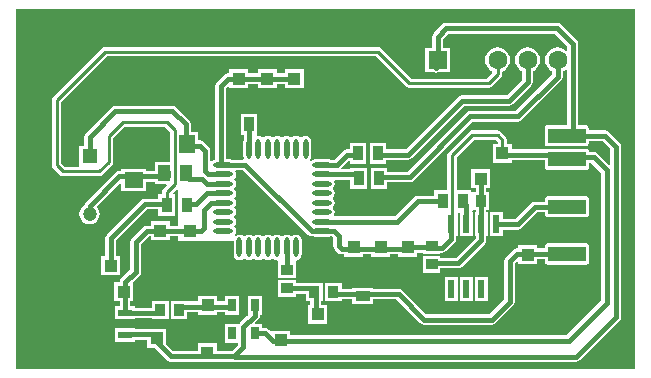
<source format=gtl>
G04 Layer_Physical_Order=1*
G04 Layer_Color=255*
%FSLAX43Y43*%
%MOMM*%
G71*
G01*
G75*
%ADD10R,1.100X1.100*%
%ADD11R,0.850X1.300*%
%ADD12R,1.300X0.850*%
%ADD13R,1.050X1.400*%
%ADD14R,0.900X1.000*%
%ADD15R,1.550X1.350*%
%ADD16R,1.350X1.550*%
%ADD17R,1.100X1.100*%
%ADD18R,0.600X1.520*%
%ADD19O,1.650X0.450*%
%ADD20O,0.450X1.650*%
%ADD21R,1.250X0.600*%
%ADD22R,0.650X1.100*%
%ADD23R,1.000X0.900*%
%ADD24R,1.000X1.000*%
%ADD25C,0.381*%
%ADD26C,0.254*%
%ADD27R,3.200X1.300*%
%ADD28C,1.600*%
%ADD29R,1.600X1.600*%
%ADD30C,1.200*%
%ADD31R,1.200X1.200*%
G36*
X52741Y259D02*
X259D01*
Y30741D01*
X52741D01*
Y259D01*
D02*
G37*
%LPC*%
G36*
X37689Y8053D02*
X36581D01*
Y6025D01*
X37689D01*
Y8053D01*
D02*
G37*
G36*
X38959D02*
X37851D01*
Y6025D01*
X38959D01*
Y8053D01*
D02*
G37*
G36*
X24020Y7778D02*
X22512D01*
Y6370D01*
X24020D01*
Y6621D01*
X24861D01*
Y6028D01*
X25226D01*
Y5681D01*
X25042D01*
Y4073D01*
X26650D01*
Y5681D01*
X26133D01*
Y6028D01*
X26269D01*
Y7536D01*
X24861D01*
Y7527D01*
X24020D01*
Y7778D01*
D02*
G37*
G36*
X19187Y6474D02*
X18029D01*
Y5990D01*
X17339D01*
Y6457D01*
X15731D01*
Y5990D01*
X14287D01*
X14287Y5990D01*
X14267Y5986D01*
X13406D01*
Y4478D01*
X14814D01*
Y5084D01*
X15731D01*
Y4849D01*
X17339D01*
Y5084D01*
X18029D01*
Y4866D01*
X19187D01*
Y6474D01*
D02*
G37*
G36*
X43612Y27479D02*
X43337Y27443D01*
X43080Y27337D01*
X42860Y27168D01*
X42691Y26948D01*
X42585Y26691D01*
X42549Y26416D01*
X42585Y26141D01*
X42691Y25884D01*
X42860Y25664D01*
X43080Y25495D01*
X43159Y25463D01*
Y24750D01*
X41849Y23440D01*
X38049D01*
X37876Y23406D01*
X37729Y23307D01*
X37729Y23307D01*
X33289Y18868D01*
X31628D01*
Y19421D01*
X30270D01*
Y17613D01*
X31628D01*
Y17962D01*
X33477D01*
X33651Y17996D01*
X33798Y18095D01*
X38237Y22534D01*
X42037D01*
X42210Y22568D01*
X42357Y22667D01*
X43932Y24241D01*
X43932Y24241D01*
X44031Y24388D01*
X44065Y24562D01*
Y25463D01*
X44143Y25495D01*
X44364Y25664D01*
X44532Y25884D01*
X44639Y26141D01*
X44675Y26416D01*
X44639Y26691D01*
X44532Y26948D01*
X44364Y27168D01*
X44143Y27337D01*
X43887Y27443D01*
X43612Y27479D01*
D02*
G37*
G36*
X36728Y29562D02*
X36555Y29527D01*
X36408Y29429D01*
X35671Y28692D01*
X35573Y28545D01*
X35539Y28372D01*
Y27470D01*
X34938D01*
Y25362D01*
X35687D01*
X35859Y25328D01*
X36031Y25362D01*
X37046D01*
Y27470D01*
X36445D01*
Y28184D01*
X36916Y28655D01*
X45939D01*
X46994Y27600D01*
Y27246D01*
X46867Y27196D01*
X46683Y27337D01*
X46427Y27443D01*
X46152Y27479D01*
X45877Y27443D01*
X45620Y27337D01*
X45400Y27168D01*
X45231Y26948D01*
X45125Y26691D01*
X45089Y26416D01*
X45125Y26141D01*
X45231Y25884D01*
X45400Y25664D01*
X45620Y25495D01*
X45699Y25463D01*
Y25207D01*
X42586Y22094D01*
X38760D01*
X38587Y22060D01*
X38440Y21961D01*
X38440Y21961D01*
X33442Y16963D01*
X31679D01*
Y17312D01*
X30321D01*
Y15504D01*
X31679D01*
Y16057D01*
X33630D01*
X33803Y16091D01*
X33950Y16190D01*
X38948Y21188D01*
X42774D01*
X42947Y21222D01*
X43094Y21320D01*
X46472Y24699D01*
X46571Y24846D01*
X46605Y25019D01*
Y25463D01*
X46683Y25495D01*
X46867Y25636D01*
X46994Y25586D01*
Y20923D01*
X45314D01*
X45214Y20903D01*
X45130Y20847D01*
X45074Y20763D01*
X45055Y20664D01*
Y19364D01*
X45074Y19265D01*
X45130Y19181D01*
X45214Y19125D01*
X45314Y19105D01*
X48514D01*
X48613Y19125D01*
X48697Y19181D01*
X48753Y19265D01*
X48773Y19364D01*
Y19551D01*
X49963D01*
X50626Y18888D01*
Y17567D01*
X50509Y17518D01*
X49520Y18507D01*
X49373Y18605D01*
X49200Y18640D01*
X48798D01*
Y18664D01*
X48778Y18763D01*
X48722Y18847D01*
X48638Y18903D01*
X48539Y18923D01*
X45339D01*
X45240Y18903D01*
X45187Y18868D01*
X42268D01*
Y19346D01*
X41852D01*
Y19674D01*
X41823Y19823D01*
X41738Y19949D01*
X41346Y20341D01*
X41220Y20425D01*
X41072Y20454D01*
X38913D01*
X38764Y20425D01*
X38638Y20341D01*
X36943Y18646D01*
X36859Y18520D01*
X36829Y18371D01*
Y15382D01*
X35733D01*
Y14931D01*
X34341D01*
X34341Y14931D01*
X34167Y14897D01*
X34020Y14798D01*
X32407Y13185D01*
X27294D01*
X27226Y13312D01*
X27248Y13345D01*
X27285Y13532D01*
X27248Y13719D01*
X27162Y13847D01*
X27150Y13932D01*
X27162Y14017D01*
X27248Y14145D01*
X27285Y14332D01*
X27248Y14519D01*
X27162Y14647D01*
X27150Y14732D01*
X27162Y14817D01*
X27248Y14945D01*
X27285Y15132D01*
X27248Y15319D01*
X27142Y15477D01*
Y15587D01*
X27248Y15745D01*
X27285Y15932D01*
X27248Y16119D01*
X27226Y16152D01*
X27294Y16279D01*
X28621D01*
Y15504D01*
X29979D01*
Y17312D01*
X28621D01*
Y17185D01*
X27912D01*
X27859Y17312D01*
X28443Y17896D01*
X28570Y17843D01*
Y17613D01*
X29928D01*
Y19421D01*
X28570D01*
Y18868D01*
X28321D01*
X28148Y18834D01*
X28001Y18735D01*
X28001Y18735D01*
X27250Y17985D01*
X26974D01*
X26797Y18020D01*
X25597D01*
X25410Y17983D01*
X25273Y17892D01*
X25182Y17983D01*
X25221Y18043D01*
X25273Y18120D01*
X25310Y18307D01*
Y19507D01*
X25273Y19694D01*
X25167Y19852D01*
X25009Y19958D01*
X24822Y19995D01*
X24635Y19958D01*
X24506Y19872D01*
X24422Y19860D01*
X24337Y19872D01*
X24209Y19958D01*
X24022Y19995D01*
X23835Y19958D01*
X23706Y19872D01*
X23622Y19860D01*
X23537Y19872D01*
X23409Y19958D01*
X23222Y19995D01*
X23035Y19958D01*
X22906Y19872D01*
X22822Y19860D01*
X22737Y19872D01*
X22609Y19958D01*
X22422Y19995D01*
X22235Y19958D01*
X22106Y19872D01*
X22022Y19860D01*
X21937Y19872D01*
X21809Y19958D01*
X21622Y19995D01*
X21435Y19958D01*
X21306Y19872D01*
X21222Y19860D01*
X21137Y19872D01*
X21009Y19958D01*
X20822Y19995D01*
X20767Y19985D01*
X20682Y20097D01*
Y21884D01*
X19324D01*
Y20076D01*
X19569D01*
Y19684D01*
X19533Y19507D01*
Y18307D01*
X19571Y18120D01*
X19586Y18097D01*
X19526Y17985D01*
X18624D01*
X18447Y18020D01*
X18081D01*
Y24018D01*
X18256Y24193D01*
X18373Y24145D01*
Y24023D01*
X19981D01*
Y24388D01*
X20786D01*
Y24023D01*
X22394D01*
Y24388D01*
X23072D01*
Y24023D01*
X24680D01*
Y25631D01*
X23072D01*
Y25294D01*
X22394D01*
Y25631D01*
X20786D01*
Y25294D01*
X19981D01*
Y25631D01*
X18373D01*
Y25294D01*
X18263D01*
X18089Y25260D01*
X17942Y25162D01*
X17942Y25162D01*
X17307Y24527D01*
X17209Y24380D01*
X17174Y24206D01*
Y18006D01*
X17060Y17983D01*
X16901Y17877D01*
X16887Y17856D01*
X16760Y17894D01*
Y18745D01*
X16726Y18919D01*
X16627Y19066D01*
X16221Y19472D01*
X16074Y19570D01*
X15900Y19605D01*
X15721D01*
Y20358D01*
X15109D01*
Y20980D01*
X15109Y20980D01*
X15075Y21154D01*
X14976Y21301D01*
X13859Y22418D01*
X13712Y22517D01*
X13538Y22551D01*
X8712D01*
X8712Y22551D01*
X8539Y22517D01*
X8392Y22418D01*
X8392Y22418D01*
X6207Y20234D01*
X6109Y20087D01*
X6075Y19914D01*
Y19142D01*
X5674D01*
Y17434D01*
X5569Y17381D01*
X4454D01*
X4122Y17712D01*
Y22851D01*
X8010Y26739D01*
X30751D01*
X33304Y24186D01*
X33430Y24101D01*
X33579Y24072D01*
X40335D01*
X40484Y24101D01*
X40610Y24186D01*
X41346Y24922D01*
X41431Y25048D01*
X41460Y25197D01*
Y25436D01*
X41603Y25495D01*
X41824Y25664D01*
X41992Y25884D01*
X42099Y26141D01*
X42135Y26416D01*
X42099Y26691D01*
X41992Y26948D01*
X41824Y27168D01*
X41603Y27337D01*
X41347Y27443D01*
X41072Y27479D01*
X40797Y27443D01*
X40540Y27337D01*
X40320Y27168D01*
X40151Y26948D01*
X40045Y26691D01*
X40009Y26416D01*
X40045Y26141D01*
X40151Y25884D01*
X40320Y25664D01*
X40540Y25495D01*
X40625Y25460D01*
X40644Y25319D01*
X40174Y24849D01*
X33740D01*
X31186Y27402D01*
X31060Y27486D01*
X30912Y27516D01*
X7849D01*
X7700Y27486D01*
X7574Y27402D01*
X3459Y23287D01*
X3375Y23161D01*
X3345Y23012D01*
Y17551D01*
X3375Y17403D01*
X3459Y17277D01*
X4018Y16718D01*
X4144Y16634D01*
X4293Y16604D01*
X7341D01*
X7489Y16634D01*
X7615Y16718D01*
X8428Y17531D01*
X8512Y17657D01*
X8542Y17805D01*
Y19829D01*
X9483Y20770D01*
X12895D01*
X13348Y20317D01*
Y18397D01*
X13355Y18358D01*
Y17820D01*
X12053D01*
Y17024D01*
X11291D01*
Y17201D01*
X9233D01*
Y17024D01*
X9027D01*
X9027Y17024D01*
X8854Y16990D01*
X8707Y16891D01*
X8707Y16891D01*
X6207Y14392D01*
X6109Y14245D01*
X6085Y14125D01*
X5919Y13997D01*
X5782Y13819D01*
X5696Y13611D01*
X5666Y13388D01*
X5696Y13165D01*
X5782Y12957D01*
X5919Y12779D01*
X6097Y12642D01*
X6305Y12556D01*
X6528Y12527D01*
X6751Y12556D01*
X6958Y12642D01*
X7137Y12779D01*
X7274Y12957D01*
X7360Y13165D01*
X7389Y13388D01*
X7360Y13611D01*
X7274Y13819D01*
X7137Y13997D01*
X7134Y14037D01*
X9106Y16008D01*
X9233Y15956D01*
Y15343D01*
X11291D01*
Y16118D01*
X12053D01*
Y15912D01*
X13037D01*
X13086Y15794D01*
X12769Y15477D01*
X12685Y15351D01*
X12655Y15203D01*
Y15052D01*
X12365D01*
Y14677D01*
X11227D01*
X11227Y14677D01*
X11053Y14643D01*
X10906Y14544D01*
X10906Y14544D01*
X7996Y11634D01*
X7898Y11487D01*
X7864Y11314D01*
Y9821D01*
X7513D01*
Y8213D01*
X9121D01*
Y9821D01*
X8770D01*
Y11126D01*
X11415Y13771D01*
X12365D01*
Y13244D01*
X13723D01*
Y15052D01*
X13608D01*
X13559Y15169D01*
X13919Y15529D01*
X14046Y15476D01*
X14046Y12402D01*
X13301D01*
Y12753D01*
X11693D01*
Y12402D01*
X11365D01*
X11365Y12402D01*
X11191Y12368D01*
X11044Y12269D01*
X10119Y11344D01*
X10021Y11197D01*
X9986Y11024D01*
Y8697D01*
X9216Y7926D01*
X9118Y7779D01*
X9084Y7611D01*
X8605D01*
Y6003D01*
X9083D01*
Y5593D01*
X8657D01*
Y4485D01*
X10415D01*
Y4535D01*
X11806D01*
Y4478D01*
X13214D01*
Y5986D01*
X11806D01*
Y5442D01*
X10415D01*
Y5593D01*
X9990D01*
Y6003D01*
X10213D01*
Y7611D01*
X10213Y7611D01*
X10213D01*
X10279Y7708D01*
X10760Y8189D01*
X10858Y8336D01*
X10893Y8509D01*
X10893Y8509D01*
Y10836D01*
X11553Y11496D01*
X11693D01*
Y11145D01*
X13301D01*
Y11496D01*
X14046D01*
Y11125D01*
X18733Y11125D01*
Y9957D01*
X18771Y9770D01*
X18876Y9612D01*
X19035Y9506D01*
X19222Y9469D01*
X19409Y9506D01*
X19567Y9612D01*
X19676D01*
X19835Y9506D01*
X20022Y9469D01*
X20209Y9506D01*
X20367Y9612D01*
X20476D01*
X20635Y9506D01*
X20822Y9469D01*
X21009Y9506D01*
X21167Y9612D01*
X21276D01*
X21435Y9506D01*
X21622Y9469D01*
X21809Y9506D01*
X21967Y9612D01*
X22076D01*
X22235Y9506D01*
X22406Y9472D01*
X22489Y9389D01*
X22512Y9324D01*
X22512Y9324D01*
Y7970D01*
X24020D01*
Y9349D01*
X24021Y9379D01*
X24080Y9480D01*
X24209Y9506D01*
X24367Y9612D01*
X24473Y9770D01*
X24510Y9957D01*
Y11157D01*
X24473Y11344D01*
X24367Y11502D01*
X24209Y11608D01*
X24022Y11645D01*
X23835Y11608D01*
X23676Y11502D01*
X23567D01*
X23409Y11608D01*
X23222Y11645D01*
X23035Y11608D01*
X22876Y11502D01*
X22767D01*
X22609Y11608D01*
X22422Y11645D01*
X22235Y11608D01*
X22076Y11502D01*
X21967D01*
X21809Y11608D01*
X21622Y11645D01*
X21435Y11608D01*
X21276Y11502D01*
X21167D01*
X21009Y11608D01*
X20822Y11645D01*
X20635Y11608D01*
X20476Y11502D01*
X20367D01*
X20209Y11608D01*
X20022Y11645D01*
X19835Y11608D01*
X19676Y11502D01*
X19567D01*
X19409Y11608D01*
X19222Y11645D01*
X19035Y11608D01*
X18898Y11517D01*
X18807Y11608D01*
X18898Y11745D01*
X18935Y11932D01*
X18898Y12119D01*
X18804Y12259D01*
X18792Y12387D01*
X18898Y12545D01*
X18935Y12732D01*
X18898Y12919D01*
X18792Y13077D01*
Y13187D01*
X18898Y13345D01*
X18935Y13532D01*
X18898Y13719D01*
X18804Y13859D01*
X18797Y13932D01*
X18804Y14005D01*
X18898Y14145D01*
X18935Y14332D01*
X18898Y14519D01*
X18804Y14659D01*
X18797Y14732D01*
X18804Y14805D01*
X18898Y14945D01*
X18935Y15132D01*
X18898Y15319D01*
X18792Y15477D01*
Y15587D01*
X18898Y15745D01*
X18935Y15932D01*
X18898Y16119D01*
X18812Y16247D01*
X18800Y16332D01*
X18812Y16417D01*
X18898Y16545D01*
X18935Y16732D01*
X18898Y16919D01*
X18876Y16952D01*
X18944Y17079D01*
X19542D01*
X25009Y11612D01*
X25009Y11612D01*
X25156Y11513D01*
X25330Y11479D01*
X25330Y11479D01*
X25420D01*
X25597Y11444D01*
X26797D01*
X26974Y11479D01*
X27047D01*
X27157Y11369D01*
Y10668D01*
X27191Y10495D01*
X27289Y10348D01*
X27543Y10094D01*
X27543Y10094D01*
X27690Y9995D01*
X27864Y9961D01*
X28076D01*
Y9748D01*
X29684D01*
Y9961D01*
X30362D01*
Y9748D01*
X31970D01*
Y9961D01*
X32648D01*
Y9748D01*
X34256D01*
Y10099D01*
X34730D01*
Y10002D01*
X36238D01*
Y10088D01*
X36373D01*
X36546Y10122D01*
X36693Y10221D01*
X37455Y10983D01*
X37554Y11130D01*
X37588Y11303D01*
Y11505D01*
X37689D01*
Y13438D01*
X37770Y13485D01*
X37851Y13438D01*
Y11505D01*
X38959D01*
Y13533D01*
X38928D01*
X38901Y13610D01*
X38983Y13724D01*
X39222D01*
Y13533D01*
X39121D01*
Y11505D01*
X39222D01*
Y11364D01*
X37544Y9686D01*
X36238D01*
Y9810D01*
X34730D01*
Y8402D01*
X36238D01*
Y8780D01*
X37732D01*
X37905Y8814D01*
X38052Y8913D01*
X39995Y10856D01*
X40094Y11003D01*
X40128Y11176D01*
X40128Y11176D01*
Y11505D01*
X40229D01*
Y13533D01*
X40128D01*
Y13724D01*
X40341D01*
Y15232D01*
X40128D01*
Y15579D01*
X40468D01*
Y17187D01*
X38860D01*
Y15579D01*
X39222D01*
Y15232D01*
X38933D01*
Y14559D01*
X38806Y14499D01*
X38791Y14511D01*
Y15382D01*
X37606D01*
Y18210D01*
X39074Y19678D01*
X40911D01*
X41075Y19513D01*
Y19346D01*
X40660D01*
Y17738D01*
X42268D01*
Y17962D01*
X45080D01*
Y17364D01*
X45100Y17265D01*
X45156Y17181D01*
X45240Y17125D01*
X45339Y17105D01*
X48539D01*
X48638Y17125D01*
X48722Y17181D01*
X48778Y17265D01*
X48798Y17364D01*
Y17733D01*
X49012D01*
X49864Y16881D01*
Y6055D01*
X46904Y3095D01*
X23512D01*
Y3485D01*
X21904D01*
X21904Y3485D01*
Y3485D01*
X21796Y3534D01*
X21739Y3591D01*
X21592Y3689D01*
X21418Y3724D01*
X21087D01*
Y4074D01*
X20615D01*
X20567Y4192D01*
X20828Y4454D01*
X20828Y4454D01*
X20927Y4601D01*
X20961Y4774D01*
Y4866D01*
X21087D01*
Y6474D01*
X19929D01*
Y4866D01*
X19929Y4866D01*
X19929D01*
X19863Y4770D01*
X19292Y4199D01*
X19263Y4170D01*
X19263Y4170D01*
X19238Y4144D01*
X19210Y4103D01*
X19210Y4103D01*
X19092Y4074D01*
X18029D01*
Y2466D01*
X19105D01*
Y2296D01*
X18583Y1774D01*
X17314D01*
Y2419D01*
X15706D01*
Y1774D01*
X13574D01*
X13036Y2312D01*
Y3649D01*
X11428D01*
Y3643D01*
X10415D01*
Y3693D01*
X8657D01*
Y2585D01*
X10415D01*
Y2737D01*
X11428D01*
Y2041D01*
X12025D01*
X13065Y1000D01*
X13212Y902D01*
X13386Y868D01*
X13386Y868D01*
X15706D01*
Y811D01*
X17314D01*
Y868D01*
X18771D01*
X18777Y869D01*
X18815Y861D01*
X47720D01*
X47894Y896D01*
X48041Y994D01*
X51400Y4353D01*
X51400Y4353D01*
X51498Y4500D01*
X51533Y4674D01*
X51533Y4674D01*
Y19075D01*
X51498Y19249D01*
X51400Y19396D01*
X50471Y20324D01*
X50324Y20423D01*
X50151Y20457D01*
X48773D01*
Y20664D01*
X48753Y20763D01*
X48697Y20847D01*
X48613Y20903D01*
X48514Y20923D01*
X47901D01*
Y27788D01*
X47866Y27961D01*
X47768Y28108D01*
X46447Y29429D01*
X46300Y29527D01*
X46126Y29562D01*
X36728D01*
X36728Y29562D01*
D02*
G37*
G36*
X48539Y14923D02*
X45339D01*
X45240Y14903D01*
X45156Y14847D01*
X45100Y14763D01*
X45080Y14664D01*
Y14423D01*
X44247D01*
X44247Y14423D01*
X44073Y14389D01*
X43926Y14290D01*
X43926Y14290D01*
X42608Y12972D01*
X41499D01*
Y13533D01*
X40391D01*
Y11505D01*
X41499D01*
Y12066D01*
X42796D01*
X42969Y12100D01*
X43116Y12199D01*
X44435Y13517D01*
X45080D01*
Y13364D01*
X45100Y13265D01*
X45156Y13181D01*
X45240Y13125D01*
X45339Y13105D01*
X48539D01*
X48638Y13125D01*
X48722Y13181D01*
X48778Y13265D01*
X48798Y13364D01*
Y14664D01*
X48778Y14763D01*
X48722Y14847D01*
X48638Y14903D01*
X48539Y14923D01*
D02*
G37*
G36*
X40229Y8053D02*
X39121D01*
Y6025D01*
X40229D01*
Y8053D01*
D02*
G37*
G36*
X48539Y10923D02*
X45339D01*
X45240Y10903D01*
X45156Y10847D01*
X45100Y10763D01*
X45080Y10664D01*
Y10486D01*
X44416D01*
Y10721D01*
X42808D01*
Y10486D01*
X42723D01*
X42549Y10452D01*
X42402Y10353D01*
X42402Y10353D01*
X41767Y9718D01*
X41669Y9571D01*
X41635Y9398D01*
Y6157D01*
X40376Y4898D01*
X35037D01*
X33010Y6924D01*
X32863Y7023D01*
X32690Y7057D01*
X30546D01*
Y7117D01*
X28738D01*
Y7057D01*
X27869D01*
Y7536D01*
X26461D01*
Y6028D01*
X27869D01*
Y6151D01*
X28738D01*
Y5759D01*
X30546D01*
Y6151D01*
X32502D01*
X34528Y4125D01*
X34528Y4125D01*
X34675Y4026D01*
X34849Y3992D01*
X34849Y3992D01*
X40564D01*
X40737Y4026D01*
X40884Y4125D01*
X42408Y5649D01*
X42507Y5796D01*
X42541Y5969D01*
Y9210D01*
X42690Y9360D01*
X42808Y9311D01*
Y9113D01*
X44416D01*
Y9580D01*
X45080D01*
Y9364D01*
X45100Y9265D01*
X45156Y9181D01*
X45240Y9125D01*
X45339Y9105D01*
X48539D01*
X48638Y9125D01*
X48722Y9181D01*
X48778Y9265D01*
X48798Y9364D01*
Y10664D01*
X48778Y10763D01*
X48722Y10847D01*
X48638Y10903D01*
X48539Y10923D01*
D02*
G37*
%LPD*%
D10*
X12232Y2845D02*
D03*
X14032D02*
D03*
X39664Y18542D02*
D03*
X41464D02*
D03*
X9409Y6807D02*
D03*
X7609D02*
D03*
X25846Y4877D02*
D03*
X27646D02*
D03*
X8317Y9017D02*
D03*
X6517D02*
D03*
X39664Y16383D02*
D03*
X41464D02*
D03*
D11*
X21703Y20980D02*
D03*
X20003D02*
D03*
X30949Y18517D02*
D03*
X29249D02*
D03*
X31000Y16408D02*
D03*
X29300D02*
D03*
X14744Y14148D02*
D03*
X13044D02*
D03*
X38112Y14478D02*
D03*
X36412D02*
D03*
D12*
X29642Y6438D02*
D03*
Y4738D02*
D03*
D13*
X12832Y16866D02*
D03*
X14732D02*
D03*
D14*
X27165Y6782D02*
D03*
X25565D02*
D03*
X12510Y5232D02*
D03*
X14110D02*
D03*
X41237Y14478D02*
D03*
X39637D02*
D03*
D15*
X10262Y16272D02*
D03*
Y18272D02*
D03*
D16*
X14792Y19329D02*
D03*
D17*
X43612Y8117D02*
D03*
Y9917D02*
D03*
X22708Y2681D02*
D03*
Y4481D02*
D03*
X16535Y5653D02*
D03*
Y7453D02*
D03*
X12497Y11949D02*
D03*
Y10149D02*
D03*
X15037Y11949D02*
D03*
Y10149D02*
D03*
X23876Y24827D02*
D03*
Y23027D02*
D03*
X21590Y24827D02*
D03*
Y23027D02*
D03*
X19177Y24827D02*
D03*
Y23027D02*
D03*
X31166Y10552D02*
D03*
Y8752D02*
D03*
X28880Y10552D02*
D03*
Y8752D02*
D03*
X33452Y10552D02*
D03*
Y8752D02*
D03*
X16510Y1615D02*
D03*
Y3415D02*
D03*
D18*
X40945Y12519D02*
D03*
X39675D02*
D03*
X38405D02*
D03*
X37135D02*
D03*
X40945Y7039D02*
D03*
X39675D02*
D03*
X38405D02*
D03*
X37135D02*
D03*
D19*
X17847Y17532D02*
D03*
Y16732D02*
D03*
Y15932D02*
D03*
Y15132D02*
D03*
Y14332D02*
D03*
Y13532D02*
D03*
Y12732D02*
D03*
Y11932D02*
D03*
X26197D02*
D03*
Y12732D02*
D03*
Y13532D02*
D03*
Y14332D02*
D03*
Y15132D02*
D03*
Y15932D02*
D03*
Y16732D02*
D03*
Y17532D02*
D03*
D20*
X19222Y10557D02*
D03*
X20022D02*
D03*
X20822D02*
D03*
X21622D02*
D03*
X22422D02*
D03*
X23222D02*
D03*
X24022D02*
D03*
X24822D02*
D03*
Y18907D02*
D03*
X24022D02*
D03*
X23222D02*
D03*
X22422D02*
D03*
X21622D02*
D03*
X20822D02*
D03*
X20022D02*
D03*
X19222D02*
D03*
D21*
X9536Y3139D02*
D03*
Y5039D02*
D03*
X7786Y4089D02*
D03*
D22*
X20508Y5670D02*
D03*
X19558D02*
D03*
X18608D02*
D03*
Y3270D02*
D03*
X20508D02*
D03*
D23*
X23266Y8674D02*
D03*
Y7074D02*
D03*
X35484Y9106D02*
D03*
Y10706D02*
D03*
D24*
X46914Y20004D02*
D03*
Y17997D02*
D03*
Y15991D02*
D03*
Y14009D02*
D03*
Y12003D02*
D03*
Y9996D02*
D03*
D25*
X41464Y18415D02*
X46496D01*
X35203Y10552D02*
X35484Y10833D01*
X35776Y10541D01*
X18263Y24841D02*
X23862D01*
X27864Y10414D02*
X33314D01*
X22668Y2642D02*
X47092D01*
X22544D02*
X22665Y2762D01*
X49200Y18186D02*
X50317Y17069D01*
Y5867D02*
Y17069D01*
X47092Y2642D02*
X50317Y5867D01*
X35859Y25781D02*
Y26549D01*
X20508Y5543D02*
X20574Y5609D01*
X12296Y2843D02*
X12308Y3190D01*
X12283Y2424D02*
X12296Y2843D01*
X9562Y3190D02*
X12308D01*
X13386Y1321D02*
X18771D01*
X50151Y20004D02*
X51079Y19075D01*
Y4674D02*
Y19075D01*
X47720Y1315D02*
X51079Y4674D01*
X9027Y16571D02*
X13172D01*
Y16942D01*
X6528Y14072D02*
X9027Y16571D01*
X6528Y13388D02*
Y14072D01*
X11227Y14224D02*
X13044D01*
X28321Y18415D02*
X29350D01*
X27438Y17532D02*
X28321Y18415D01*
X26197Y17532D02*
X27438D01*
X9536Y6782D02*
Y7606D01*
X9409Y6782D02*
X9536D01*
Y4989D02*
X12347D01*
X15173Y18948D02*
X15376Y19152D01*
X14656Y18796D02*
Y20980D01*
X14986Y16358D02*
X16053D01*
X15376Y19152D02*
X15900D01*
X16307Y18745D01*
Y17018D02*
Y18745D01*
X22544Y2642D02*
X22668D01*
X22047D02*
X22544D01*
X22668D02*
X22708Y2681D01*
X21418Y3270D02*
X22047Y2642D01*
X20508Y3270D02*
X21418D01*
X18771Y1321D02*
X19558Y2108D01*
X12283Y2424D02*
X13386Y1321D01*
X18390Y5537D02*
X18593Y5740D01*
X14287Y5537D02*
X18390D01*
X14110Y5359D02*
X14287Y5537D01*
X9536Y5039D02*
Y6782D01*
Y4989D02*
Y5039D01*
X46914Y10033D02*
X46951D01*
X42723D02*
X46914D01*
X27343Y6604D02*
X32690D01*
X34849Y4445D01*
X27165Y6782D02*
X27343Y6604D01*
X25679Y5004D02*
Y7074D01*
X23266D02*
X25679D01*
X18815Y1315D02*
X47720D01*
X13538Y22098D02*
X14656Y20980D01*
X8712Y22098D02*
X13538D01*
X6528Y19914D02*
X8712Y22098D01*
X6528Y18288D02*
Y19914D01*
X13044Y14148D02*
Y14224D01*
X30950Y16510D02*
X33630D01*
X23222Y9150D02*
Y10557D01*
X19558Y3824D02*
X20508Y4774D01*
X19558Y2108D02*
Y3824D01*
X20508Y4774D02*
Y5543D01*
X42774Y21641D02*
X46152Y25019D01*
X38760Y21641D02*
X42774D01*
X33630Y16510D02*
X38760Y21641D01*
X42037Y22987D02*
X43612Y24562D01*
X38049Y22987D02*
X42037D01*
X33477Y18415D02*
X38049Y22987D01*
X43612Y24562D02*
Y26416D01*
X47828Y20004D02*
X50151D01*
X47447Y20385D02*
X47828Y20004D01*
X47447Y20385D02*
Y27788D01*
X46126Y29108D02*
X47447Y27788D01*
X36728Y29108D02*
X46126D01*
X35992Y28372D02*
X36728Y29108D01*
X35992Y26416D02*
Y28372D01*
X23862Y24841D02*
X23876Y24827D01*
X47103Y18186D02*
X49200D01*
X46914Y17997D02*
X47103Y18186D01*
X20508Y5543D02*
Y5670D01*
X10439Y11024D02*
X11365Y11949D01*
X10439Y8509D02*
Y11024D01*
X9536Y7606D02*
X10439Y8509D01*
X35484Y9233D02*
X37732D01*
X39675Y12519D02*
Y16245D01*
X35859Y26549D02*
X35992Y26416D01*
X17628Y24206D02*
X18263Y24841D01*
X17628Y17751D02*
Y24206D01*
Y17751D02*
X17847Y17532D01*
X30950Y18415D02*
X33477D01*
X46152Y25019D02*
Y26416D01*
X20003Y20980D02*
X20022Y20962D01*
Y18907D02*
Y20962D01*
X29128Y16732D02*
X29350Y16510D01*
X16307Y17018D02*
X16593Y16732D01*
X17847D01*
X16796Y14332D02*
X17847D01*
X16180Y13716D02*
X16796Y14332D01*
X16180Y12192D02*
Y13716D01*
X15545Y14224D02*
X16453Y15132D01*
X14821Y14224D02*
X15545D01*
X16053Y16358D02*
X16478Y15932D01*
X38112Y14478D02*
X38405Y14185D01*
Y12519D02*
Y14185D01*
X38112Y14478D02*
Y14732D01*
X27610Y10668D02*
Y11557D01*
X27235Y11932D02*
X27610Y11557D01*
X26197Y11932D02*
X27235D01*
X34341Y14478D02*
X36324D01*
X32595Y12732D02*
X34341Y14478D01*
X26197Y12732D02*
X32595D01*
X11365Y11949D02*
X12497D01*
X46496Y18415D02*
X46914Y17997D01*
X15937Y11949D02*
X16180Y12192D01*
X15037Y11949D02*
X15937D01*
X12497D02*
X15037D01*
X40564Y4445D02*
X42088Y5969D01*
X34849Y4445D02*
X40564D01*
X42088Y5969D02*
Y9398D01*
X19730Y17532D02*
X25330Y11932D01*
X17847Y17532D02*
X19730D01*
X25330Y11932D02*
X26197D01*
X36373Y10541D02*
X37135Y11303D01*
X35776Y10541D02*
X36373D01*
X33452Y10552D02*
X35203D01*
X40945Y12519D02*
X42796D01*
X39664Y16256D02*
X39675Y16245D01*
X33314Y10414D02*
X33452Y10552D01*
X27610Y10668D02*
X27864Y10414D01*
X37135Y11303D02*
Y12519D01*
X39675Y11176D02*
Y12519D01*
X37732Y9233D02*
X39675Y11176D01*
X42088Y9398D02*
X42723Y10033D01*
X46914Y9996D02*
X46951Y10033D01*
X46874Y13970D02*
X46914Y14009D01*
X44247Y13970D02*
X46874D01*
X42796Y12519D02*
X44247Y13970D01*
X46914Y14009D02*
Y14097D01*
X16478Y15932D02*
X17847D01*
X8317Y11314D02*
X11227Y14224D01*
X8317Y9017D02*
Y11314D01*
X26197Y16732D02*
X29128D01*
X16453Y15132D02*
X17847D01*
D26*
X7341Y16993D02*
X8153Y17805D01*
X4293Y16993D02*
X7341D01*
X3734Y17551D02*
X4293Y16993D01*
X8153Y17805D02*
Y19990D01*
X13744Y15903D02*
Y18389D01*
X13044Y15203D02*
X13744Y15903D01*
X13044Y14224D02*
Y15203D01*
X13736Y18397D02*
Y20478D01*
X13056Y21158D02*
X13736Y20478D01*
Y18397D02*
X13744Y18389D01*
X40335Y24460D02*
X41072Y25197D01*
X33579Y24460D02*
X40335D01*
X30912Y27127D02*
X33579Y24460D01*
X8153Y19990D02*
X9322Y21158D01*
X41072Y25197D02*
Y26416D01*
X7849Y27127D02*
X30912D01*
X3734Y23012D02*
X7849Y27127D01*
X3734Y17551D02*
Y23012D01*
X9322Y21158D02*
X13056D01*
X37218Y18371D02*
X38913Y20066D01*
X37218Y12910D02*
Y18371D01*
X37135Y12827D02*
X37218Y12910D01*
X41464Y18542D02*
Y19674D01*
Y18415D02*
Y18542D01*
X38913Y20066D02*
X41072D01*
X41464Y19674D01*
D27*
X46939Y14014D02*
D03*
Y12014D02*
D03*
Y10014D02*
D03*
Y16014D02*
D03*
Y18014D02*
D03*
X46914Y20014D02*
D03*
D28*
X46152Y26416D02*
D03*
X43612D02*
D03*
X41072D02*
D03*
X38532D02*
D03*
X48692D02*
D03*
D29*
X35992D02*
D03*
D30*
X6528Y13388D02*
D03*
D31*
Y18288D02*
D03*
M02*

</source>
